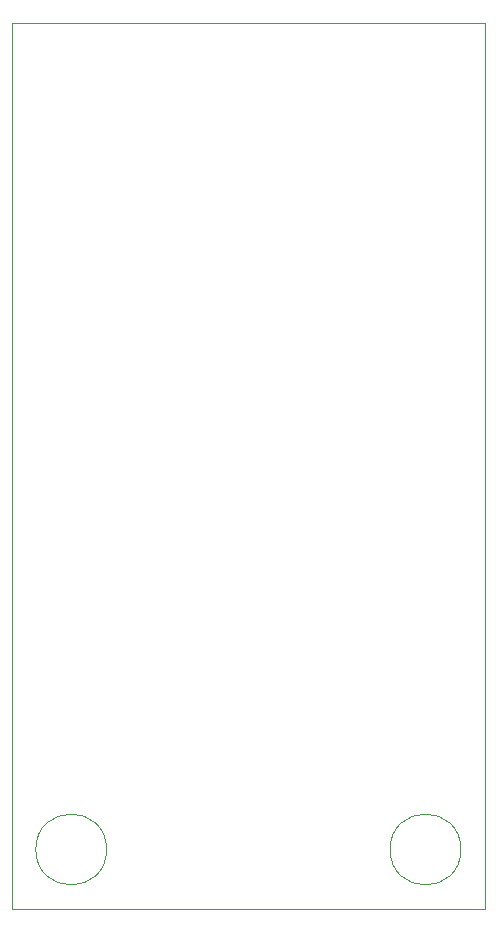
<source format=gbr>
%TF.GenerationSoftware,KiCad,Pcbnew,(5.1.9)-1*%
%TF.CreationDate,2021-07-15T17:24:24+09:00*%
%TF.ProjectId,4710MQ Power Supply,34373130-4d51-4205-906f-776572205375,rev?*%
%TF.SameCoordinates,Original*%
%TF.FileFunction,Profile,NP*%
%FSLAX46Y46*%
G04 Gerber Fmt 4.6, Leading zero omitted, Abs format (unit mm)*
G04 Created by KiCad (PCBNEW (5.1.9)-1) date 2021-07-15 17:24:24*
%MOMM*%
%LPD*%
G01*
G04 APERTURE LIST*
%TA.AperFunction,Profile*%
%ADD10C,0.050000*%
%TD*%
G04 APERTURE END LIST*
D10*
X160600000Y-129000000D02*
G75*
G03*
X160600000Y-129000000I-3000000J0D01*
G01*
X130600000Y-129000000D02*
G75*
G03*
X130600000Y-129000000I-3000000J0D01*
G01*
X122600000Y-59000000D02*
X122600000Y-134000000D01*
X162600000Y-59000000D02*
X122600000Y-59000000D01*
X162600000Y-134000000D02*
X162600000Y-59000000D01*
X122600000Y-134000000D02*
X162600000Y-134000000D01*
M02*

</source>
